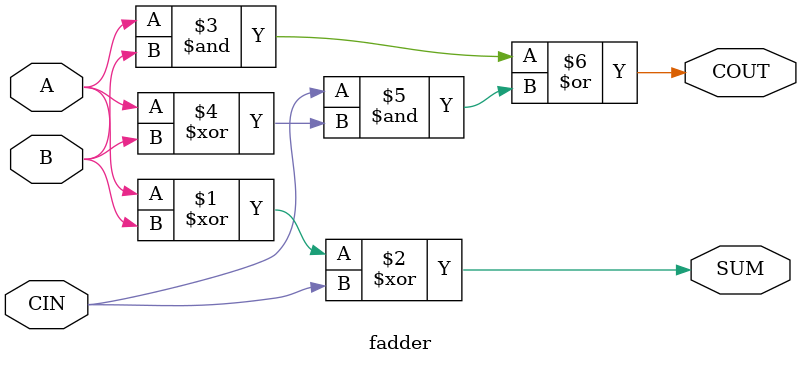
<source format=v>
`timescale 1ps/1ps

module fadder (
        input A, 
        input B, 
        input CIN, 
        output SUM, 
        output COUT
    );

  assign SUM = A ^ B ^ CIN;
  assign COUT = (A & B) | (CIN & (A ^ B));
endmodule
</source>
